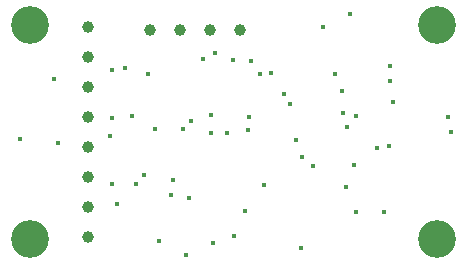
<source format=gbr>
%TF.GenerationSoftware,KiCad,Pcbnew,6.0.11+dfsg-1~bpo11+1*%
%TF.CreationDate,2023-04-29T04:06:51+00:00*%
%TF.ProjectId,slcam,736c6361-6d2e-46b6-9963-61645f706362,v0.2*%
%TF.SameCoordinates,Original*%
%TF.FileFunction,Plated,1,4,PTH,Drill*%
%TF.FilePolarity,Positive*%
%FSLAX46Y46*%
G04 Gerber Fmt 4.6, Leading zero omitted, Abs format (unit mm)*
G04 Created by KiCad (PCBNEW 6.0.11+dfsg-1~bpo11+1) date 2023-04-29 04:06:51*
%MOMM*%
%LPD*%
G01*
G04 APERTURE LIST*
%TA.AperFunction,ViaDrill*%
%ADD10C,0.400000*%
%TD*%
%TA.AperFunction,ComponentDrill*%
%ADD11C,1.000000*%
%TD*%
%TA.AperFunction,ComponentDrill*%
%ADD12C,3.200000*%
%TD*%
G04 APERTURE END LIST*
D10*
X200050400Y-63093600D03*
X202965109Y-57969203D03*
X203259568Y-63424233D03*
X207684157Y-62861398D03*
X207826560Y-61320012D03*
X207873600Y-57251600D03*
X207877524Y-66895134D03*
X208280000Y-68580000D03*
X208940400Y-57099200D03*
X209539521Y-61117670D03*
X209905340Y-66900067D03*
X210592701Y-66090510D03*
X210914757Y-57558174D03*
X211466546Y-62223783D03*
X211875998Y-71719462D03*
X212852000Y-67818000D03*
X213050984Y-66523873D03*
X213862716Y-62271533D03*
X214158678Y-72875069D03*
X214376000Y-68072000D03*
X214582609Y-61547033D03*
X215544400Y-56337200D03*
X216215829Y-61075500D03*
X216273572Y-62608328D03*
X216408000Y-71882000D03*
X216533789Y-55756717D03*
X217554942Y-62558914D03*
X218096500Y-56353495D03*
X218176898Y-71275770D03*
X219151200Y-69138800D03*
X219405200Y-62331600D03*
X219456000Y-61214000D03*
X219608400Y-56438800D03*
X220343492Y-57617248D03*
X220726000Y-66954400D03*
X221333733Y-57460547D03*
X222453200Y-59232800D03*
X222961200Y-60147200D03*
X223418400Y-63144400D03*
X223874508Y-72301899D03*
X223926400Y-64603469D03*
X224831342Y-65338258D03*
X225704400Y-53594000D03*
X226699310Y-57584114D03*
X227299379Y-59020643D03*
X227431600Y-60858400D03*
X227652581Y-67134899D03*
X227736400Y-62077600D03*
X227990400Y-52527200D03*
X228319288Y-65247403D03*
X228549200Y-61112400D03*
X228549200Y-69291200D03*
X230276400Y-63804800D03*
X230845484Y-69227294D03*
X231317808Y-63677808D03*
X231394000Y-56896000D03*
X231394000Y-58166000D03*
X231648000Y-59944000D03*
X236321600Y-61214000D03*
X236524800Y-62484000D03*
D11*
%TO.C,J2*%
X205790000Y-53620000D03*
X205790000Y-56160000D03*
X205790000Y-58700000D03*
X205790000Y-61240000D03*
X205790000Y-63780000D03*
X205790000Y-66320000D03*
X205790000Y-68860000D03*
X205790000Y-71400000D03*
%TO.C,J3*%
X211074000Y-53848000D03*
X213614000Y-53848000D03*
X216154000Y-53848000D03*
X218694000Y-53848000D03*
D12*
%TO.C,H1*%
X200914000Y-53440000D03*
%TO.C,H2*%
X200914000Y-71530000D03*
%TO.C,H4*%
X235360000Y-53440000D03*
%TO.C,H3*%
X235360000Y-71530000D03*
M02*

</source>
